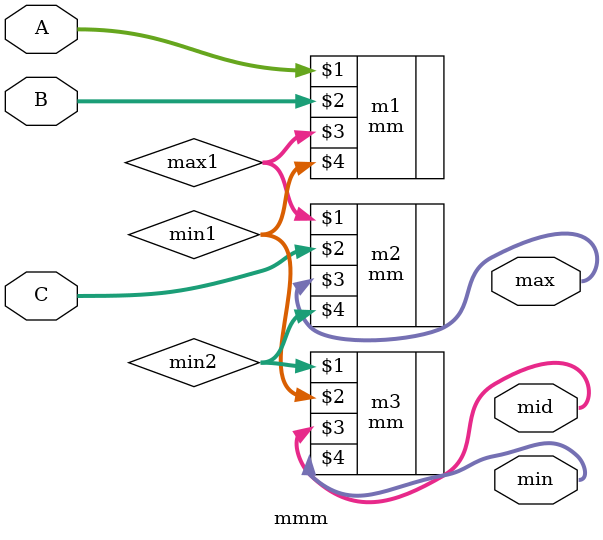
<source format=v>
module mmm(input [3:0] A,B,C,output [3:0] max,mid,min);

wire [3:0] max1,min1,min2;

mm m1(A,B,max1,min1);
mm m2(max1,C,max,min2);
mm m3(min2,min1,mid,min);

endmodule
</source>
